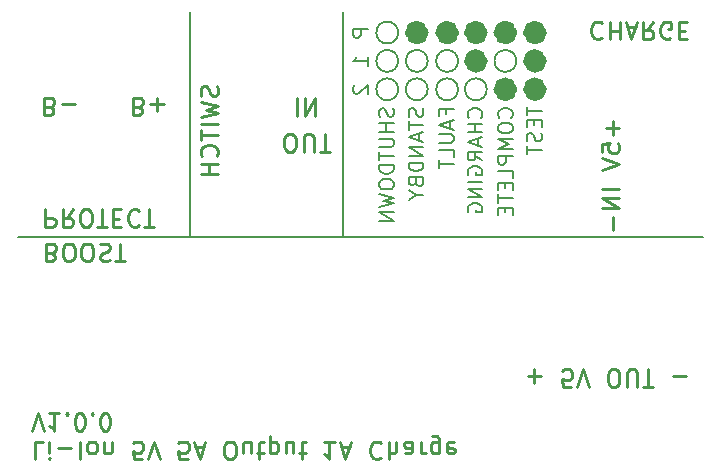
<source format=gbr>
G04 #@! TF.GenerationSoftware,KiCad,Pcbnew,(5.1.5)-3*
G04 #@! TF.CreationDate,2020-06-11T09:31:08-05:00*
G04 #@! TF.ProjectId,Li-ion 5A Boost 1A Charge Protect,4c692d69-6f6e-4203-9541-20426f6f7374,rev?*
G04 #@! TF.SameCoordinates,Original*
G04 #@! TF.FileFunction,Legend,Bot*
G04 #@! TF.FilePolarity,Positive*
%FSLAX46Y46*%
G04 Gerber Fmt 4.6, Leading zero omitted, Abs format (unit mm)*
G04 Created by KiCad (PCBNEW (5.1.5)-3) date 2020-06-11 09:31:08*
%MOMM*%
%LPD*%
G04 APERTURE LIST*
%ADD10C,0.250000*%
%ADD11C,1.000000*%
%ADD12C,0.150000*%
%ADD13C,0.200000*%
G04 APERTURE END LIST*
D10*
X118678572Y-59997142D02*
X118892858Y-59925714D01*
X118964286Y-59854285D01*
X119035715Y-59711428D01*
X119035715Y-59497142D01*
X118964286Y-59354285D01*
X118892858Y-59282857D01*
X118750001Y-59211428D01*
X118178572Y-59211428D01*
X118178572Y-60711428D01*
X118678572Y-60711428D01*
X118821429Y-60640000D01*
X118892858Y-60568571D01*
X118964286Y-60425714D01*
X118964286Y-60282857D01*
X118892858Y-60140000D01*
X118821429Y-60068571D01*
X118678572Y-59997142D01*
X118178572Y-59997142D01*
X119678572Y-59782857D02*
X120821429Y-59782857D01*
X166307142Y-61219642D02*
X166307142Y-62362500D01*
X166878571Y-61791071D02*
X165735714Y-61791071D01*
X166307142Y-69319642D02*
X166307142Y-70462500D01*
X165378571Y-63841071D02*
X165378571Y-63126785D01*
X166092857Y-63055357D01*
X166021428Y-63126785D01*
X165950000Y-63269643D01*
X165950000Y-63626785D01*
X166021428Y-63769643D01*
X166092857Y-63841071D01*
X166235714Y-63912500D01*
X166592857Y-63912500D01*
X166735714Y-63841071D01*
X166807142Y-63769643D01*
X166878571Y-63626785D01*
X166878571Y-63269643D01*
X166807142Y-63126785D01*
X166735714Y-63055357D01*
X165378571Y-64341071D02*
X166878571Y-64841071D01*
X165378571Y-65341071D01*
X166878571Y-66983928D02*
X165378571Y-66983928D01*
X166878571Y-67698214D02*
X165378571Y-67698214D01*
X166878571Y-68555357D01*
X165378571Y-68555357D01*
D11*
X152800000Y-53716190D02*
G75*
G03X152800000Y-53716190I-500000J0D01*
G01*
D12*
X153225000Y-58516190D02*
G75*
G03X153225000Y-58516190I-925000J0D01*
G01*
X153225000Y-56116190D02*
G75*
G03X153225000Y-56116190I-925000J0D01*
G01*
D13*
X152210714Y-60614285D02*
X152210714Y-60197619D01*
X152865476Y-60197619D02*
X151615476Y-60197619D01*
X151615476Y-60792857D01*
X152508333Y-61209523D02*
X152508333Y-61804761D01*
X152865476Y-61090476D02*
X151615476Y-61507142D01*
X152865476Y-61923809D01*
X151615476Y-62340476D02*
X152627380Y-62340476D01*
X152746428Y-62400000D01*
X152805952Y-62459523D01*
X152865476Y-62578571D01*
X152865476Y-62816666D01*
X152805952Y-62935714D01*
X152746428Y-62995238D01*
X152627380Y-63054761D01*
X151615476Y-63054761D01*
X152865476Y-64245238D02*
X152865476Y-63650000D01*
X151615476Y-63650000D01*
X151615476Y-64483333D02*
X151615476Y-65197619D01*
X152865476Y-64840476D02*
X151615476Y-64840476D01*
D10*
X126178572Y-59997142D02*
X126392858Y-59925714D01*
X126464286Y-59854285D01*
X126535715Y-59711428D01*
X126535715Y-59497142D01*
X126464286Y-59354285D01*
X126392858Y-59282857D01*
X126250001Y-59211428D01*
X125678572Y-59211428D01*
X125678572Y-60711428D01*
X126178572Y-60711428D01*
X126321429Y-60640000D01*
X126392858Y-60568571D01*
X126464286Y-60425714D01*
X126464286Y-60282857D01*
X126392858Y-60140000D01*
X126321429Y-60068571D01*
X126178572Y-59997142D01*
X125678572Y-59997142D01*
X127178572Y-59782857D02*
X128321429Y-59782857D01*
X127750001Y-59211428D02*
X127750001Y-60354285D01*
X138860000Y-63791428D02*
X139145714Y-63791428D01*
X139288571Y-63720000D01*
X139431428Y-63577142D01*
X139502857Y-63291428D01*
X139502857Y-62791428D01*
X139431428Y-62505714D01*
X139288571Y-62362857D01*
X139145714Y-62291428D01*
X138860000Y-62291428D01*
X138717142Y-62362857D01*
X138574285Y-62505714D01*
X138502857Y-62791428D01*
X138502857Y-63291428D01*
X138574285Y-63577142D01*
X138717142Y-63720000D01*
X138860000Y-63791428D01*
X140145714Y-63791428D02*
X140145714Y-62577142D01*
X140217142Y-62434285D01*
X140288571Y-62362857D01*
X140431428Y-62291428D01*
X140717142Y-62291428D01*
X140860000Y-62362857D01*
X140931428Y-62434285D01*
X141002857Y-62577142D01*
X141002857Y-63791428D01*
X141502857Y-63791428D02*
X142360000Y-63791428D01*
X141931428Y-62291428D02*
X141931428Y-63791428D01*
X139574285Y-59271428D02*
X139574285Y-60771428D01*
X140288571Y-59271428D02*
X140288571Y-60771428D01*
X141145714Y-59271428D01*
X141145714Y-60771428D01*
X159109642Y-82792857D02*
X160252500Y-82792857D01*
X159681071Y-82221428D02*
X159681071Y-83364285D01*
X162823928Y-83721428D02*
X162109642Y-83721428D01*
X162038214Y-83007142D01*
X162109642Y-83078571D01*
X162252500Y-83150000D01*
X162609642Y-83150000D01*
X162752500Y-83078571D01*
X162823928Y-83007142D01*
X162895357Y-82864285D01*
X162895357Y-82507142D01*
X162823928Y-82364285D01*
X162752500Y-82292857D01*
X162609642Y-82221428D01*
X162252500Y-82221428D01*
X162109642Y-82292857D01*
X162038214Y-82364285D01*
X163323928Y-83721428D02*
X163823928Y-82221428D01*
X164323928Y-83721428D01*
X166252500Y-83721428D02*
X166538214Y-83721428D01*
X166681071Y-83650000D01*
X166823928Y-83507142D01*
X166895357Y-83221428D01*
X166895357Y-82721428D01*
X166823928Y-82435714D01*
X166681071Y-82292857D01*
X166538214Y-82221428D01*
X166252500Y-82221428D01*
X166109642Y-82292857D01*
X165966785Y-82435714D01*
X165895357Y-82721428D01*
X165895357Y-83221428D01*
X165966785Y-83507142D01*
X166109642Y-83650000D01*
X166252500Y-83721428D01*
X167538214Y-83721428D02*
X167538214Y-82507142D01*
X167609642Y-82364285D01*
X167681071Y-82292857D01*
X167823928Y-82221428D01*
X168109642Y-82221428D01*
X168252500Y-82292857D01*
X168323928Y-82364285D01*
X168395357Y-82507142D01*
X168395357Y-83721428D01*
X168895357Y-83721428D02*
X169752500Y-83721428D01*
X169323928Y-82221428D02*
X169323928Y-83721428D01*
X171395357Y-82792857D02*
X172538214Y-82792857D01*
X118123928Y-88341428D02*
X117409642Y-88341428D01*
X117409642Y-89841428D01*
X118623928Y-88341428D02*
X118623928Y-89341428D01*
X118623928Y-89841428D02*
X118552500Y-89770000D01*
X118623928Y-89698571D01*
X118695357Y-89770000D01*
X118623928Y-89841428D01*
X118623928Y-89698571D01*
X119338214Y-88912857D02*
X120481071Y-88912857D01*
X121195357Y-88341428D02*
X121195357Y-89841428D01*
X122123928Y-88341428D02*
X121981071Y-88412857D01*
X121909642Y-88484285D01*
X121838214Y-88627142D01*
X121838214Y-89055714D01*
X121909642Y-89198571D01*
X121981071Y-89270000D01*
X122123928Y-89341428D01*
X122338214Y-89341428D01*
X122481071Y-89270000D01*
X122552500Y-89198571D01*
X122623928Y-89055714D01*
X122623928Y-88627142D01*
X122552500Y-88484285D01*
X122481071Y-88412857D01*
X122338214Y-88341428D01*
X122123928Y-88341428D01*
X123266785Y-89341428D02*
X123266785Y-88341428D01*
X123266785Y-89198571D02*
X123338214Y-89270000D01*
X123481071Y-89341428D01*
X123695357Y-89341428D01*
X123838214Y-89270000D01*
X123909642Y-89127142D01*
X123909642Y-88341428D01*
X126481071Y-89841428D02*
X125766785Y-89841428D01*
X125695357Y-89127142D01*
X125766785Y-89198571D01*
X125909642Y-89270000D01*
X126266785Y-89270000D01*
X126409642Y-89198571D01*
X126481071Y-89127142D01*
X126552500Y-88984285D01*
X126552500Y-88627142D01*
X126481071Y-88484285D01*
X126409642Y-88412857D01*
X126266785Y-88341428D01*
X125909642Y-88341428D01*
X125766785Y-88412857D01*
X125695357Y-88484285D01*
X126981071Y-89841428D02*
X127481071Y-88341428D01*
X127981071Y-89841428D01*
X130338214Y-89841428D02*
X129623928Y-89841428D01*
X129552500Y-89127142D01*
X129623928Y-89198571D01*
X129766785Y-89270000D01*
X130123928Y-89270000D01*
X130266785Y-89198571D01*
X130338214Y-89127142D01*
X130409642Y-88984285D01*
X130409642Y-88627142D01*
X130338214Y-88484285D01*
X130266785Y-88412857D01*
X130123928Y-88341428D01*
X129766785Y-88341428D01*
X129623928Y-88412857D01*
X129552500Y-88484285D01*
X130981071Y-88770000D02*
X131695357Y-88770000D01*
X130838214Y-88341428D02*
X131338214Y-89841428D01*
X131838214Y-88341428D01*
X133766785Y-89841428D02*
X134052500Y-89841428D01*
X134195357Y-89770000D01*
X134338214Y-89627142D01*
X134409642Y-89341428D01*
X134409642Y-88841428D01*
X134338214Y-88555714D01*
X134195357Y-88412857D01*
X134052500Y-88341428D01*
X133766785Y-88341428D01*
X133623928Y-88412857D01*
X133481071Y-88555714D01*
X133409642Y-88841428D01*
X133409642Y-89341428D01*
X133481071Y-89627142D01*
X133623928Y-89770000D01*
X133766785Y-89841428D01*
X135695357Y-89341428D02*
X135695357Y-88341428D01*
X135052500Y-89341428D02*
X135052500Y-88555714D01*
X135123928Y-88412857D01*
X135266785Y-88341428D01*
X135481071Y-88341428D01*
X135623928Y-88412857D01*
X135695357Y-88484285D01*
X136195357Y-89341428D02*
X136766785Y-89341428D01*
X136409642Y-89841428D02*
X136409642Y-88555714D01*
X136481071Y-88412857D01*
X136623928Y-88341428D01*
X136766785Y-88341428D01*
X137266785Y-89341428D02*
X137266785Y-87841428D01*
X137266785Y-89270000D02*
X137409642Y-89341428D01*
X137695357Y-89341428D01*
X137838214Y-89270000D01*
X137909642Y-89198571D01*
X137981071Y-89055714D01*
X137981071Y-88627142D01*
X137909642Y-88484285D01*
X137838214Y-88412857D01*
X137695357Y-88341428D01*
X137409642Y-88341428D01*
X137266785Y-88412857D01*
X139266785Y-89341428D02*
X139266785Y-88341428D01*
X138623928Y-89341428D02*
X138623928Y-88555714D01*
X138695357Y-88412857D01*
X138838214Y-88341428D01*
X139052500Y-88341428D01*
X139195357Y-88412857D01*
X139266785Y-88484285D01*
X139766785Y-89341428D02*
X140338214Y-89341428D01*
X139981071Y-89841428D02*
X139981071Y-88555714D01*
X140052500Y-88412857D01*
X140195357Y-88341428D01*
X140338214Y-88341428D01*
X142766785Y-88341428D02*
X141909642Y-88341428D01*
X142338214Y-88341428D02*
X142338214Y-89841428D01*
X142195357Y-89627142D01*
X142052500Y-89484285D01*
X141909642Y-89412857D01*
X143338214Y-88770000D02*
X144052500Y-88770000D01*
X143195357Y-88341428D02*
X143695357Y-89841428D01*
X144195357Y-88341428D01*
X146695357Y-88484285D02*
X146623928Y-88412857D01*
X146409642Y-88341428D01*
X146266785Y-88341428D01*
X146052500Y-88412857D01*
X145909642Y-88555714D01*
X145838214Y-88698571D01*
X145766785Y-88984285D01*
X145766785Y-89198571D01*
X145838214Y-89484285D01*
X145909642Y-89627142D01*
X146052500Y-89770000D01*
X146266785Y-89841428D01*
X146409642Y-89841428D01*
X146623928Y-89770000D01*
X146695357Y-89698571D01*
X147338214Y-88341428D02*
X147338214Y-89841428D01*
X147981071Y-88341428D02*
X147981071Y-89127142D01*
X147909642Y-89270000D01*
X147766785Y-89341428D01*
X147552500Y-89341428D01*
X147409642Y-89270000D01*
X147338214Y-89198571D01*
X149338214Y-88341428D02*
X149338214Y-89127142D01*
X149266785Y-89270000D01*
X149123928Y-89341428D01*
X148838214Y-89341428D01*
X148695357Y-89270000D01*
X149338214Y-88412857D02*
X149195357Y-88341428D01*
X148838214Y-88341428D01*
X148695357Y-88412857D01*
X148623928Y-88555714D01*
X148623928Y-88698571D01*
X148695357Y-88841428D01*
X148838214Y-88912857D01*
X149195357Y-88912857D01*
X149338214Y-88984285D01*
X150052500Y-88341428D02*
X150052500Y-89341428D01*
X150052500Y-89055714D02*
X150123928Y-89198571D01*
X150195357Y-89270000D01*
X150338214Y-89341428D01*
X150481071Y-89341428D01*
X151623928Y-89341428D02*
X151623928Y-88127142D01*
X151552500Y-87984285D01*
X151481071Y-87912857D01*
X151338214Y-87841428D01*
X151123928Y-87841428D01*
X150981071Y-87912857D01*
X151623928Y-88412857D02*
X151481071Y-88341428D01*
X151195357Y-88341428D01*
X151052500Y-88412857D01*
X150981071Y-88484285D01*
X150909642Y-88627142D01*
X150909642Y-89055714D01*
X150981071Y-89198571D01*
X151052500Y-89270000D01*
X151195357Y-89341428D01*
X151481071Y-89341428D01*
X151623928Y-89270000D01*
X152909642Y-88412857D02*
X152766785Y-88341428D01*
X152481071Y-88341428D01*
X152338214Y-88412857D01*
X152266785Y-88555714D01*
X152266785Y-89127142D01*
X152338214Y-89270000D01*
X152481071Y-89341428D01*
X152766785Y-89341428D01*
X152909642Y-89270000D01*
X152981071Y-89127142D01*
X152981071Y-88984285D01*
X152266785Y-88841428D01*
X117195357Y-87431428D02*
X117695357Y-85931428D01*
X118195357Y-87431428D01*
X119481071Y-85931428D02*
X118623928Y-85931428D01*
X119052500Y-85931428D02*
X119052500Y-87431428D01*
X118909642Y-87217142D01*
X118766785Y-87074285D01*
X118623928Y-87002857D01*
X120123928Y-86074285D02*
X120195357Y-86002857D01*
X120123928Y-85931428D01*
X120052500Y-86002857D01*
X120123928Y-86074285D01*
X120123928Y-85931428D01*
X121123928Y-87431428D02*
X121266785Y-87431428D01*
X121409642Y-87360000D01*
X121481071Y-87288571D01*
X121552500Y-87145714D01*
X121623928Y-86860000D01*
X121623928Y-86502857D01*
X121552500Y-86217142D01*
X121481071Y-86074285D01*
X121409642Y-86002857D01*
X121266785Y-85931428D01*
X121123928Y-85931428D01*
X120981071Y-86002857D01*
X120909642Y-86074285D01*
X120838214Y-86217142D01*
X120766785Y-86502857D01*
X120766785Y-86860000D01*
X120838214Y-87145714D01*
X120909642Y-87288571D01*
X120981071Y-87360000D01*
X121123928Y-87431428D01*
X122266785Y-86074285D02*
X122338214Y-86002857D01*
X122266785Y-85931428D01*
X122195357Y-86002857D01*
X122266785Y-86074285D01*
X122266785Y-85931428D01*
X123266785Y-87431428D02*
X123409642Y-87431428D01*
X123552500Y-87360000D01*
X123623928Y-87288571D01*
X123695357Y-87145714D01*
X123766785Y-86860000D01*
X123766785Y-86502857D01*
X123695357Y-86217142D01*
X123623928Y-86074285D01*
X123552500Y-86002857D01*
X123409642Y-85931428D01*
X123266785Y-85931428D01*
X123123928Y-86002857D01*
X123052500Y-86074285D01*
X122981071Y-86217142D01*
X122909642Y-86502857D01*
X122909642Y-86860000D01*
X122981071Y-87145714D01*
X123052500Y-87288571D01*
X123123928Y-87360000D01*
X123266785Y-87431428D01*
X165406785Y-52924285D02*
X165335357Y-52852857D01*
X165121071Y-52781428D01*
X164978214Y-52781428D01*
X164763928Y-52852857D01*
X164621071Y-52995714D01*
X164549642Y-53138571D01*
X164478214Y-53424285D01*
X164478214Y-53638571D01*
X164549642Y-53924285D01*
X164621071Y-54067142D01*
X164763928Y-54210000D01*
X164978214Y-54281428D01*
X165121071Y-54281428D01*
X165335357Y-54210000D01*
X165406785Y-54138571D01*
X166049642Y-52781428D02*
X166049642Y-54281428D01*
X166049642Y-53567142D02*
X166906785Y-53567142D01*
X166906785Y-52781428D02*
X166906785Y-54281428D01*
X167549642Y-53210000D02*
X168263928Y-53210000D01*
X167406785Y-52781428D02*
X167906785Y-54281428D01*
X168406785Y-52781428D01*
X169763928Y-52781428D02*
X169263928Y-53495714D01*
X168906785Y-52781428D02*
X168906785Y-54281428D01*
X169478214Y-54281428D01*
X169621071Y-54210000D01*
X169692500Y-54138571D01*
X169763928Y-53995714D01*
X169763928Y-53781428D01*
X169692500Y-53638571D01*
X169621071Y-53567142D01*
X169478214Y-53495714D01*
X168906785Y-53495714D01*
X171192500Y-54210000D02*
X171049642Y-54281428D01*
X170835357Y-54281428D01*
X170621071Y-54210000D01*
X170478214Y-54067142D01*
X170406785Y-53924285D01*
X170335357Y-53638571D01*
X170335357Y-53424285D01*
X170406785Y-53138571D01*
X170478214Y-52995714D01*
X170621071Y-52852857D01*
X170835357Y-52781428D01*
X170978214Y-52781428D01*
X171192500Y-52852857D01*
X171263928Y-52924285D01*
X171263928Y-53424285D01*
X170978214Y-53424285D01*
X171906785Y-53567142D02*
X172406785Y-53567142D01*
X172621071Y-52781428D02*
X171906785Y-52781428D01*
X171906785Y-54281428D01*
X172621071Y-54281428D01*
X132857142Y-58248214D02*
X132928571Y-58462500D01*
X132928571Y-58819642D01*
X132857142Y-58962500D01*
X132785714Y-59033928D01*
X132642857Y-59105357D01*
X132500000Y-59105357D01*
X132357142Y-59033928D01*
X132285714Y-58962500D01*
X132214285Y-58819642D01*
X132142857Y-58533928D01*
X132071428Y-58391071D01*
X132000000Y-58319642D01*
X131857142Y-58248214D01*
X131714285Y-58248214D01*
X131571428Y-58319642D01*
X131500000Y-58391071D01*
X131428571Y-58533928D01*
X131428571Y-58891071D01*
X131500000Y-59105357D01*
X131428571Y-59605357D02*
X132928571Y-59962500D01*
X131857142Y-60248214D01*
X132928571Y-60533928D01*
X131428571Y-60891071D01*
X132928571Y-61462500D02*
X131428571Y-61462500D01*
X131428571Y-61962500D02*
X131428571Y-62819642D01*
X132928571Y-62391071D02*
X131428571Y-62391071D01*
X132785714Y-64176785D02*
X132857142Y-64105357D01*
X132928571Y-63891071D01*
X132928571Y-63748214D01*
X132857142Y-63533928D01*
X132714285Y-63391071D01*
X132571428Y-63319642D01*
X132285714Y-63248214D01*
X132071428Y-63248214D01*
X131785714Y-63319642D01*
X131642857Y-63391071D01*
X131500000Y-63533928D01*
X131428571Y-63748214D01*
X131428571Y-63891071D01*
X131500000Y-64105357D01*
X131571428Y-64176785D01*
X132928571Y-64819642D02*
X131428571Y-64819642D01*
X132142857Y-64819642D02*
X132142857Y-65676785D01*
X132928571Y-65676785D02*
X131428571Y-65676785D01*
X118290000Y-68671428D02*
X118290000Y-70171428D01*
X118861428Y-70171428D01*
X119004285Y-70100000D01*
X119075714Y-70028571D01*
X119147142Y-69885714D01*
X119147142Y-69671428D01*
X119075714Y-69528571D01*
X119004285Y-69457142D01*
X118861428Y-69385714D01*
X118290000Y-69385714D01*
X120647142Y-68671428D02*
X120147142Y-69385714D01*
X119790000Y-68671428D02*
X119790000Y-70171428D01*
X120361428Y-70171428D01*
X120504285Y-70100000D01*
X120575714Y-70028571D01*
X120647142Y-69885714D01*
X120647142Y-69671428D01*
X120575714Y-69528571D01*
X120504285Y-69457142D01*
X120361428Y-69385714D01*
X119790000Y-69385714D01*
X121575714Y-70171428D02*
X121861428Y-70171428D01*
X122004285Y-70100000D01*
X122147142Y-69957142D01*
X122218571Y-69671428D01*
X122218571Y-69171428D01*
X122147142Y-68885714D01*
X122004285Y-68742857D01*
X121861428Y-68671428D01*
X121575714Y-68671428D01*
X121432857Y-68742857D01*
X121290000Y-68885714D01*
X121218571Y-69171428D01*
X121218571Y-69671428D01*
X121290000Y-69957142D01*
X121432857Y-70100000D01*
X121575714Y-70171428D01*
X122647142Y-70171428D02*
X123504285Y-70171428D01*
X123075714Y-68671428D02*
X123075714Y-70171428D01*
X124004285Y-69457142D02*
X124504285Y-69457142D01*
X124718571Y-68671428D02*
X124004285Y-68671428D01*
X124004285Y-70171428D01*
X124718571Y-70171428D01*
X126218571Y-68814285D02*
X126147142Y-68742857D01*
X125932857Y-68671428D01*
X125790000Y-68671428D01*
X125575714Y-68742857D01*
X125432857Y-68885714D01*
X125361428Y-69028571D01*
X125290000Y-69314285D01*
X125290000Y-69528571D01*
X125361428Y-69814285D01*
X125432857Y-69957142D01*
X125575714Y-70100000D01*
X125790000Y-70171428D01*
X125932857Y-70171428D01*
X126147142Y-70100000D01*
X126218571Y-70028571D01*
X126647142Y-70171428D02*
X127504285Y-70171428D01*
X127075714Y-68671428D02*
X127075714Y-70171428D01*
X118829642Y-72367142D02*
X119043928Y-72295714D01*
X119115357Y-72224285D01*
X119186785Y-72081428D01*
X119186785Y-71867142D01*
X119115357Y-71724285D01*
X119043928Y-71652857D01*
X118901071Y-71581428D01*
X118329642Y-71581428D01*
X118329642Y-73081428D01*
X118829642Y-73081428D01*
X118972500Y-73010000D01*
X119043928Y-72938571D01*
X119115357Y-72795714D01*
X119115357Y-72652857D01*
X119043928Y-72510000D01*
X118972500Y-72438571D01*
X118829642Y-72367142D01*
X118329642Y-72367142D01*
X120115357Y-73081428D02*
X120401071Y-73081428D01*
X120543928Y-73010000D01*
X120686785Y-72867142D01*
X120758214Y-72581428D01*
X120758214Y-72081428D01*
X120686785Y-71795714D01*
X120543928Y-71652857D01*
X120401071Y-71581428D01*
X120115357Y-71581428D01*
X119972500Y-71652857D01*
X119829642Y-71795714D01*
X119758214Y-72081428D01*
X119758214Y-72581428D01*
X119829642Y-72867142D01*
X119972500Y-73010000D01*
X120115357Y-73081428D01*
X121686785Y-73081428D02*
X121972500Y-73081428D01*
X122115357Y-73010000D01*
X122258214Y-72867142D01*
X122329642Y-72581428D01*
X122329642Y-72081428D01*
X122258214Y-71795714D01*
X122115357Y-71652857D01*
X121972500Y-71581428D01*
X121686785Y-71581428D01*
X121543928Y-71652857D01*
X121401071Y-71795714D01*
X121329642Y-72081428D01*
X121329642Y-72581428D01*
X121401071Y-72867142D01*
X121543928Y-73010000D01*
X121686785Y-73081428D01*
X122901071Y-71652857D02*
X123115357Y-71581428D01*
X123472500Y-71581428D01*
X123615357Y-71652857D01*
X123686785Y-71724285D01*
X123758214Y-71867142D01*
X123758214Y-72010000D01*
X123686785Y-72152857D01*
X123615357Y-72224285D01*
X123472500Y-72295714D01*
X123186785Y-72367142D01*
X123043928Y-72438571D01*
X122972500Y-72510000D01*
X122901071Y-72652857D01*
X122901071Y-72795714D01*
X122972500Y-72938571D01*
X123043928Y-73010000D01*
X123186785Y-73081428D01*
X123543928Y-73081428D01*
X123758214Y-73010000D01*
X124186785Y-73081428D02*
X125043928Y-73081428D01*
X124615357Y-71581428D02*
X124615357Y-73081428D01*
D13*
X130500000Y-71000000D02*
X130500000Y-52000000D01*
X143500000Y-71000000D02*
X143500000Y-52000000D01*
X174000000Y-71000000D02*
X116000000Y-71000000D01*
D12*
X148155000Y-53716190D02*
G75*
G03X148155000Y-53716190I-925000J0D01*
G01*
D13*
X147735952Y-60138095D02*
X147795476Y-60316666D01*
X147795476Y-60614285D01*
X147735952Y-60733333D01*
X147676428Y-60792857D01*
X147557380Y-60852380D01*
X147438333Y-60852380D01*
X147319285Y-60792857D01*
X147259761Y-60733333D01*
X147200238Y-60614285D01*
X147140714Y-60376190D01*
X147081190Y-60257142D01*
X147021666Y-60197619D01*
X146902619Y-60138095D01*
X146783571Y-60138095D01*
X146664523Y-60197619D01*
X146605000Y-60257142D01*
X146545476Y-60376190D01*
X146545476Y-60673809D01*
X146605000Y-60852380D01*
X147795476Y-61388095D02*
X146545476Y-61388095D01*
X147140714Y-61388095D02*
X147140714Y-62102380D01*
X147795476Y-62102380D02*
X146545476Y-62102380D01*
X146545476Y-62697619D02*
X147557380Y-62697619D01*
X147676428Y-62757142D01*
X147735952Y-62816666D01*
X147795476Y-62935714D01*
X147795476Y-63173809D01*
X147735952Y-63292857D01*
X147676428Y-63352380D01*
X147557380Y-63411904D01*
X146545476Y-63411904D01*
X146545476Y-63828571D02*
X146545476Y-64542857D01*
X147795476Y-64185714D02*
X146545476Y-64185714D01*
X147795476Y-64959523D02*
X146545476Y-64959523D01*
X146545476Y-65257142D01*
X146605000Y-65435714D01*
X146724047Y-65554761D01*
X146843095Y-65614285D01*
X147081190Y-65673809D01*
X147259761Y-65673809D01*
X147497857Y-65614285D01*
X147616904Y-65554761D01*
X147735952Y-65435714D01*
X147795476Y-65257142D01*
X147795476Y-64959523D01*
X146545476Y-66447619D02*
X146545476Y-66685714D01*
X146605000Y-66804761D01*
X146724047Y-66923809D01*
X146962142Y-66983333D01*
X147378809Y-66983333D01*
X147616904Y-66923809D01*
X147735952Y-66804761D01*
X147795476Y-66685714D01*
X147795476Y-66447619D01*
X147735952Y-66328571D01*
X147616904Y-66209523D01*
X147378809Y-66150000D01*
X146962142Y-66150000D01*
X146724047Y-66209523D01*
X146605000Y-66328571D01*
X146545476Y-66447619D01*
X146545476Y-67400000D02*
X147795476Y-67697619D01*
X146902619Y-67935714D01*
X147795476Y-68173809D01*
X146545476Y-68471428D01*
X147795476Y-68947619D02*
X146545476Y-68947619D01*
X147795476Y-69661904D01*
X146545476Y-69661904D01*
D12*
X148155000Y-58516190D02*
G75*
G03X148155000Y-58516190I-925000J0D01*
G01*
X148155000Y-56116190D02*
G75*
G03X148155000Y-56116190I-925000J0D01*
G01*
D11*
X155230000Y-53716190D02*
G75*
G03X155230000Y-53716190I-500000J0D01*
G01*
D12*
X150655000Y-58516190D02*
G75*
G03X150655000Y-58516190I-925000J0D01*
G01*
D13*
X150235952Y-60138095D02*
X150295476Y-60316666D01*
X150295476Y-60614285D01*
X150235952Y-60733333D01*
X150176428Y-60792857D01*
X150057380Y-60852380D01*
X149938333Y-60852380D01*
X149819285Y-60792857D01*
X149759761Y-60733333D01*
X149700238Y-60614285D01*
X149640714Y-60376190D01*
X149581190Y-60257142D01*
X149521666Y-60197619D01*
X149402619Y-60138095D01*
X149283571Y-60138095D01*
X149164523Y-60197619D01*
X149105000Y-60257142D01*
X149045476Y-60376190D01*
X149045476Y-60673809D01*
X149105000Y-60852380D01*
X149045476Y-61209523D02*
X149045476Y-61923809D01*
X150295476Y-61566666D02*
X149045476Y-61566666D01*
X149938333Y-62280952D02*
X149938333Y-62876190D01*
X150295476Y-62161904D02*
X149045476Y-62578571D01*
X150295476Y-62995238D01*
X150295476Y-63411904D02*
X149045476Y-63411904D01*
X150295476Y-64126190D01*
X149045476Y-64126190D01*
X150295476Y-64721428D02*
X149045476Y-64721428D01*
X149045476Y-65019047D01*
X149105000Y-65197619D01*
X149224047Y-65316666D01*
X149343095Y-65376190D01*
X149581190Y-65435714D01*
X149759761Y-65435714D01*
X149997857Y-65376190D01*
X150116904Y-65316666D01*
X150235952Y-65197619D01*
X150295476Y-65019047D01*
X150295476Y-64721428D01*
X149640714Y-66388095D02*
X149700238Y-66566666D01*
X149759761Y-66626190D01*
X149878809Y-66685714D01*
X150057380Y-66685714D01*
X150176428Y-66626190D01*
X150235952Y-66566666D01*
X150295476Y-66447619D01*
X150295476Y-65971428D01*
X149045476Y-65971428D01*
X149045476Y-66388095D01*
X149105000Y-66507142D01*
X149164523Y-66566666D01*
X149283571Y-66626190D01*
X149402619Y-66626190D01*
X149521666Y-66566666D01*
X149581190Y-66507142D01*
X149640714Y-66388095D01*
X149640714Y-65971428D01*
X149700238Y-67459523D02*
X150295476Y-67459523D01*
X149045476Y-67042857D02*
X149700238Y-67459523D01*
X149045476Y-67876190D01*
D11*
X150230000Y-53716190D02*
G75*
G03X150230000Y-53716190I-500000J0D01*
G01*
D12*
X150655000Y-56116190D02*
G75*
G03X150655000Y-56116190I-925000J0D01*
G01*
D13*
X155176428Y-60911904D02*
X155235952Y-60852380D01*
X155295476Y-60673809D01*
X155295476Y-60554761D01*
X155235952Y-60376190D01*
X155116904Y-60257142D01*
X154997857Y-60197619D01*
X154759761Y-60138095D01*
X154581190Y-60138095D01*
X154343095Y-60197619D01*
X154224047Y-60257142D01*
X154105000Y-60376190D01*
X154045476Y-60554761D01*
X154045476Y-60673809D01*
X154105000Y-60852380D01*
X154164523Y-60911904D01*
X155295476Y-61447619D02*
X154045476Y-61447619D01*
X154640714Y-61447619D02*
X154640714Y-62161904D01*
X155295476Y-62161904D02*
X154045476Y-62161904D01*
X154938333Y-62697619D02*
X154938333Y-63292857D01*
X155295476Y-62578571D02*
X154045476Y-62995238D01*
X155295476Y-63411904D01*
X155295476Y-64542857D02*
X154700238Y-64126190D01*
X155295476Y-63828571D02*
X154045476Y-63828571D01*
X154045476Y-64304761D01*
X154105000Y-64423809D01*
X154164523Y-64483333D01*
X154283571Y-64542857D01*
X154462142Y-64542857D01*
X154581190Y-64483333D01*
X154640714Y-64423809D01*
X154700238Y-64304761D01*
X154700238Y-63828571D01*
X154105000Y-65733333D02*
X154045476Y-65614285D01*
X154045476Y-65435714D01*
X154105000Y-65257142D01*
X154224047Y-65138095D01*
X154343095Y-65078571D01*
X154581190Y-65019047D01*
X154759761Y-65019047D01*
X154997857Y-65078571D01*
X155116904Y-65138095D01*
X155235952Y-65257142D01*
X155295476Y-65435714D01*
X155295476Y-65554761D01*
X155235952Y-65733333D01*
X155176428Y-65792857D01*
X154759761Y-65792857D01*
X154759761Y-65554761D01*
X155295476Y-66328571D02*
X154045476Y-66328571D01*
X155295476Y-66923809D02*
X154045476Y-66923809D01*
X155295476Y-67638095D01*
X154045476Y-67638095D01*
X154105000Y-68888095D02*
X154045476Y-68769047D01*
X154045476Y-68590476D01*
X154105000Y-68411904D01*
X154224047Y-68292857D01*
X154343095Y-68233333D01*
X154581190Y-68173809D01*
X154759761Y-68173809D01*
X154997857Y-68233333D01*
X155116904Y-68292857D01*
X155235952Y-68411904D01*
X155295476Y-68590476D01*
X155295476Y-68709523D01*
X155235952Y-68888095D01*
X155176428Y-68947619D01*
X154759761Y-68947619D01*
X154759761Y-68709523D01*
D11*
X155230000Y-56116190D02*
G75*
G03X155230000Y-56116190I-500000J0D01*
G01*
D12*
X155655000Y-58516190D02*
G75*
G03X155655000Y-58516190I-925000J0D01*
G01*
D13*
X157746428Y-60911904D02*
X157805952Y-60852380D01*
X157865476Y-60673809D01*
X157865476Y-60554761D01*
X157805952Y-60376190D01*
X157686904Y-60257142D01*
X157567857Y-60197619D01*
X157329761Y-60138095D01*
X157151190Y-60138095D01*
X156913095Y-60197619D01*
X156794047Y-60257142D01*
X156675000Y-60376190D01*
X156615476Y-60554761D01*
X156615476Y-60673809D01*
X156675000Y-60852380D01*
X156734523Y-60911904D01*
X156615476Y-61685714D02*
X156615476Y-61923809D01*
X156675000Y-62042857D01*
X156794047Y-62161904D01*
X157032142Y-62221428D01*
X157448809Y-62221428D01*
X157686904Y-62161904D01*
X157805952Y-62042857D01*
X157865476Y-61923809D01*
X157865476Y-61685714D01*
X157805952Y-61566666D01*
X157686904Y-61447619D01*
X157448809Y-61388095D01*
X157032142Y-61388095D01*
X156794047Y-61447619D01*
X156675000Y-61566666D01*
X156615476Y-61685714D01*
X157865476Y-62757142D02*
X156615476Y-62757142D01*
X157508333Y-63173809D01*
X156615476Y-63590476D01*
X157865476Y-63590476D01*
X157865476Y-64185714D02*
X156615476Y-64185714D01*
X156615476Y-64661904D01*
X156675000Y-64780952D01*
X156734523Y-64840476D01*
X156853571Y-64900000D01*
X157032142Y-64900000D01*
X157151190Y-64840476D01*
X157210714Y-64780952D01*
X157270238Y-64661904D01*
X157270238Y-64185714D01*
X157865476Y-66030952D02*
X157865476Y-65435714D01*
X156615476Y-65435714D01*
X157210714Y-66447619D02*
X157210714Y-66864285D01*
X157865476Y-67042857D02*
X157865476Y-66447619D01*
X156615476Y-66447619D01*
X156615476Y-67042857D01*
X156615476Y-67400000D02*
X156615476Y-68114285D01*
X157865476Y-67757142D02*
X156615476Y-67757142D01*
X157210714Y-68530952D02*
X157210714Y-68947619D01*
X157865476Y-69126190D02*
X157865476Y-68530952D01*
X156615476Y-68530952D01*
X156615476Y-69126190D01*
D12*
X158155000Y-56116190D02*
G75*
G03X158155000Y-56116190I-925000J0D01*
G01*
D11*
X157730000Y-58516190D02*
G75*
G03X157730000Y-58516190I-500000J0D01*
G01*
X157730000Y-53716190D02*
G75*
G03X157730000Y-53716190I-500000J0D01*
G01*
D13*
X145565476Y-53418809D02*
X144315476Y-53418809D01*
X144315476Y-53894999D01*
X144375000Y-54014047D01*
X144434523Y-54073570D01*
X144553571Y-54133094D01*
X144732142Y-54133094D01*
X144851190Y-54073570D01*
X144910714Y-54014047D01*
X144970238Y-53894999D01*
X144970238Y-53418809D01*
X144434523Y-58189047D02*
X144375000Y-58248571D01*
X144315476Y-58367618D01*
X144315476Y-58665237D01*
X144375000Y-58784285D01*
X144434523Y-58843809D01*
X144553571Y-58903332D01*
X144672619Y-58903332D01*
X144851190Y-58843809D01*
X145565476Y-58129523D01*
X145565476Y-58903332D01*
X145565476Y-56503332D02*
X145565476Y-55789047D01*
X145565476Y-56146190D02*
X144315476Y-56146190D01*
X144494047Y-56027142D01*
X144613095Y-55908094D01*
X144672619Y-55789047D01*
X159045476Y-60019047D02*
X159045476Y-60733333D01*
X160295476Y-60376190D02*
X159045476Y-60376190D01*
X159640714Y-61150000D02*
X159640714Y-61566666D01*
X160295476Y-61745238D02*
X160295476Y-61150000D01*
X159045476Y-61150000D01*
X159045476Y-61745238D01*
X160235952Y-62221428D02*
X160295476Y-62400000D01*
X160295476Y-62697619D01*
X160235952Y-62816666D01*
X160176428Y-62876190D01*
X160057380Y-62935714D01*
X159938333Y-62935714D01*
X159819285Y-62876190D01*
X159759761Y-62816666D01*
X159700238Y-62697619D01*
X159640714Y-62459523D01*
X159581190Y-62340476D01*
X159521666Y-62280952D01*
X159402619Y-62221428D01*
X159283571Y-62221428D01*
X159164523Y-62280952D01*
X159105000Y-62340476D01*
X159045476Y-62459523D01*
X159045476Y-62757142D01*
X159105000Y-62935714D01*
X159045476Y-63292857D02*
X159045476Y-64007142D01*
X160295476Y-63650000D02*
X159045476Y-63650000D01*
D11*
X160230000Y-56116190D02*
G75*
G03X160230000Y-56116190I-500000J0D01*
G01*
X160230000Y-58516190D02*
G75*
G03X160230000Y-58516190I-500000J0D01*
G01*
X160230000Y-53716190D02*
G75*
G03X160230000Y-53716190I-500000J0D01*
G01*
M02*

</source>
